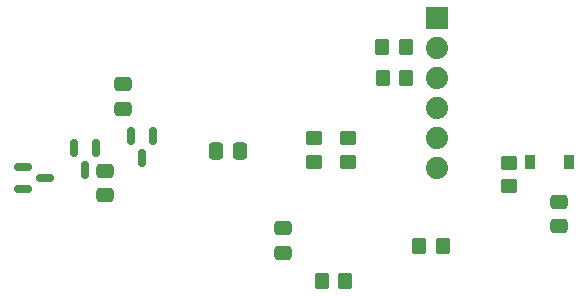
<source format=gbr>
%TF.GenerationSoftware,KiCad,Pcbnew,6.0.11-2627ca5db0~126~ubuntu22.04.1*%
%TF.CreationDate,2023-02-28T23:03:16-05:00*%
%TF.ProjectId,canbus-linbus-bridge,63616e62-7573-42d6-9c69-6e6275732d62,1.0*%
%TF.SameCoordinates,Original*%
%TF.FileFunction,Paste,Bot*%
%TF.FilePolarity,Positive*%
%FSLAX46Y46*%
G04 Gerber Fmt 4.6, Leading zero omitted, Abs format (unit mm)*
G04 Created by KiCad (PCBNEW 6.0.11-2627ca5db0~126~ubuntu22.04.1) date 2023-02-28 23:03:16*
%MOMM*%
%LPD*%
G01*
G04 APERTURE LIST*
G04 Aperture macros list*
%AMRoundRect*
0 Rectangle with rounded corners*
0 $1 Rounding radius*
0 $2 $3 $4 $5 $6 $7 $8 $9 X,Y pos of 4 corners*
0 Add a 4 corners polygon primitive as box body*
4,1,4,$2,$3,$4,$5,$6,$7,$8,$9,$2,$3,0*
0 Add four circle primitives for the rounded corners*
1,1,$1+$1,$2,$3*
1,1,$1+$1,$4,$5*
1,1,$1+$1,$6,$7*
1,1,$1+$1,$8,$9*
0 Add four rect primitives between the rounded corners*
20,1,$1+$1,$2,$3,$4,$5,0*
20,1,$1+$1,$4,$5,$6,$7,0*
20,1,$1+$1,$6,$7,$8,$9,0*
20,1,$1+$1,$8,$9,$2,$3,0*%
G04 Aperture macros list end*
%ADD10RoundRect,0.250000X-0.450000X0.350000X-0.450000X-0.350000X0.450000X-0.350000X0.450000X0.350000X0*%
%ADD11RoundRect,0.250000X-0.350000X-0.450000X0.350000X-0.450000X0.350000X0.450000X-0.350000X0.450000X0*%
%ADD12R,0.900000X1.200000*%
%ADD13RoundRect,0.250000X-0.475000X0.337500X-0.475000X-0.337500X0.475000X-0.337500X0.475000X0.337500X0*%
%ADD14R,1.879600X1.879600*%
%ADD15C,1.879600*%
%ADD16RoundRect,0.250000X-0.337500X-0.475000X0.337500X-0.475000X0.337500X0.475000X-0.337500X0.475000X0*%
%ADD17RoundRect,0.150000X-0.150000X0.587500X-0.150000X-0.587500X0.150000X-0.587500X0.150000X0.587500X0*%
%ADD18RoundRect,0.250000X0.350000X0.450000X-0.350000X0.450000X-0.350000X-0.450000X0.350000X-0.450000X0*%
%ADD19RoundRect,0.250000X0.475000X-0.337500X0.475000X0.337500X-0.475000X0.337500X-0.475000X-0.337500X0*%
%ADD20RoundRect,0.150000X-0.587500X-0.150000X0.587500X-0.150000X0.587500X0.150000X-0.587500X0.150000X0*%
G04 APERTURE END LIST*
D10*
%TO.C,R9*%
X102570000Y-83260000D03*
X102570000Y-85260000D03*
%TD*%
%TO.C,R7*%
X86140000Y-81180000D03*
X86140000Y-83180000D03*
%TD*%
%TO.C,R6*%
X88950000Y-81200000D03*
X88950000Y-83200000D03*
%TD*%
D11*
%TO.C,R5*%
X91900000Y-76130000D03*
X93900000Y-76130000D03*
%TD*%
%TO.C,R4*%
X91880000Y-73440000D03*
X93880000Y-73440000D03*
%TD*%
D12*
%TO.C,D1*%
X104400000Y-83240000D03*
X107700000Y-83240000D03*
%TD*%
D13*
%TO.C,C8*%
X106880000Y-88645000D03*
X106880000Y-86570000D03*
%TD*%
D14*
%TO.C,J3*%
X96500000Y-70990000D03*
D15*
X96500000Y-73530000D03*
X96500000Y-76070000D03*
X96500000Y-78610000D03*
X96500000Y-81150000D03*
X96500000Y-83690000D03*
%TD*%
D16*
%TO.C,C7*%
X77787500Y-82300000D03*
X79862500Y-82300000D03*
%TD*%
D17*
%TO.C,U1*%
X65775000Y-81987500D03*
X67675000Y-81987500D03*
X66725000Y-83862500D03*
%TD*%
D18*
%TO.C,R1*%
X88750000Y-93250000D03*
X86750000Y-93250000D03*
%TD*%
D19*
%TO.C,C2*%
X83450000Y-90887500D03*
X83450000Y-88812500D03*
%TD*%
%TO.C,C3*%
X69900000Y-78712500D03*
X69900000Y-76637500D03*
%TD*%
D13*
%TO.C,C1*%
X68425000Y-83950000D03*
X68425000Y-86025000D03*
%TD*%
D20*
%TO.C,Q2*%
X61437500Y-85525000D03*
X61437500Y-83625000D03*
X63312500Y-84575000D03*
%TD*%
D17*
%TO.C,Q1*%
X70600000Y-81000000D03*
X72500000Y-81000000D03*
X71550000Y-82875000D03*
%TD*%
D11*
%TO.C,R2*%
X95000000Y-90325000D03*
X97000000Y-90325000D03*
%TD*%
M02*

</source>
